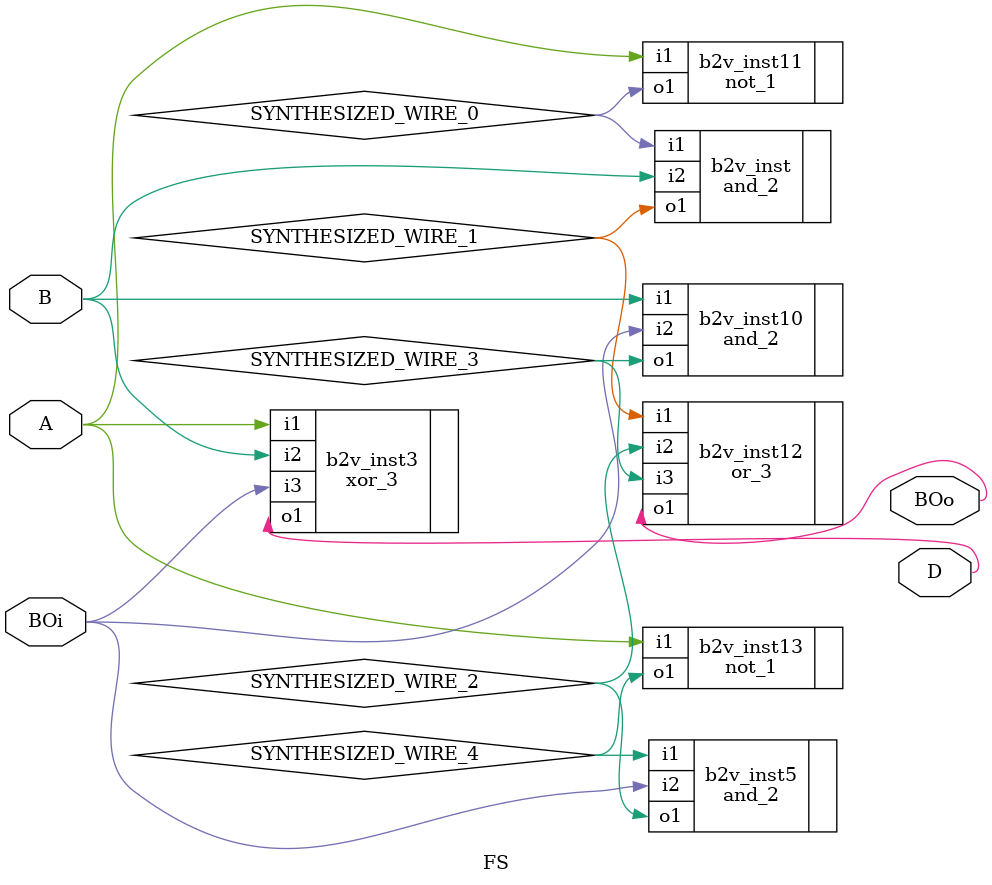
<source format=v>


module FS(
	A,
	B,
	BOi,
	D,
	BOo
);


input wire	A;
input wire	B;
input wire	BOi;
output wire	D;
output wire	BOo;

wire	SYNTHESIZED_WIRE_0;
wire	SYNTHESIZED_WIRE_1;
wire	SYNTHESIZED_WIRE_2;
wire	SYNTHESIZED_WIRE_3;
wire	SYNTHESIZED_WIRE_4;





and_2	b2v_inst(
	.i1(SYNTHESIZED_WIRE_0),
	.i2(B),
	.o1(SYNTHESIZED_WIRE_1));


and_2	b2v_inst10(
	.i1(B),
	.i2(BOi),
	.o1(SYNTHESIZED_WIRE_3));


not_1	b2v_inst11(
	.i1(A),
	.o1(SYNTHESIZED_WIRE_0));


or_3	b2v_inst12(
	.i1(SYNTHESIZED_WIRE_1),
	.i2(SYNTHESIZED_WIRE_2),
	.i3(SYNTHESIZED_WIRE_3),
	.o1(BOo));


not_1	b2v_inst13(
	.i1(A),
	.o1(SYNTHESIZED_WIRE_4));


xor_3	b2v_inst3(
	.i1(A),
	.i2(B),
	.i3(BOi),
	.o1(D));


and_2	b2v_inst5(
	.i1(SYNTHESIZED_WIRE_4),
	.i2(BOi),
	.o1(SYNTHESIZED_WIRE_2));


endmodule

</source>
